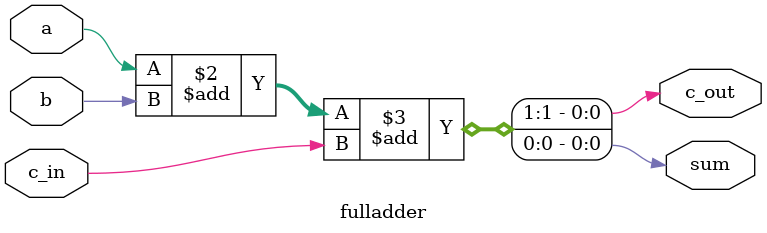
<source format=v>
`timescale 1ns / 1ps


module fulladder(a,b,c_in,sum,c_out);
    input a, b, c_in;
    output sum, c_out;

    reg sum, c_out;
    always @ (a,b,c_in)
    begin
        {c_out,sum} = a + b + c_in;
    end    
endmodule

</source>
